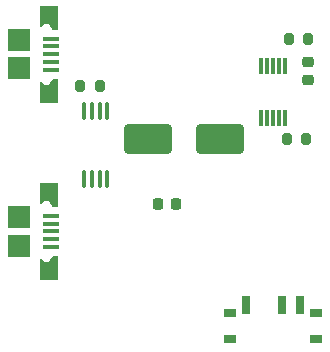
<source format=gbr>
%TF.GenerationSoftware,KiCad,Pcbnew,7.0.6*%
%TF.CreationDate,2023-09-17T17:39:24+01:00*%
%TF.ProjectId,working,776f726b-696e-4672-9e6b-696361645f70,rev?*%
%TF.SameCoordinates,Original*%
%TF.FileFunction,Paste,Top*%
%TF.FilePolarity,Positive*%
%FSLAX46Y46*%
G04 Gerber Fmt 4.6, Leading zero omitted, Abs format (unit mm)*
G04 Created by KiCad (PCBNEW 7.0.6) date 2023-09-17 17:39:24*
%MOMM*%
%LPD*%
G01*
G04 APERTURE LIST*
G04 Aperture macros list*
%AMRoundRect*
0 Rectangle with rounded corners*
0 $1 Rounding radius*
0 $2 $3 $4 $5 $6 $7 $8 $9 X,Y pos of 4 corners*
0 Add a 4 corners polygon primitive as box body*
4,1,4,$2,$3,$4,$5,$6,$7,$8,$9,$2,$3,0*
0 Add four circle primitives for the rounded corners*
1,1,$1+$1,$2,$3*
1,1,$1+$1,$4,$5*
1,1,$1+$1,$6,$7*
1,1,$1+$1,$8,$9*
0 Add four rect primitives between the rounded corners*
20,1,$1+$1,$2,$3,$4,$5,0*
20,1,$1+$1,$4,$5,$6,$7,0*
20,1,$1+$1,$6,$7,$8,$9,0*
20,1,$1+$1,$8,$9,$2,$3,0*%
%AMFreePoly0*
4,1,9,1.050000,0.350000,0.550000,0.000000,0.550000,-0.400000,0.800000,-0.650000,0.800000,-0.800000,-1.050000,-0.800000,-1.050000,0.800000,1.050000,0.800000,1.050000,0.350000,1.050000,0.350000,$1*%
%AMFreePoly1*
4,1,9,1.050000,-0.800000,-0.800000,-0.800000,-0.800000,-0.650000,-0.550000,-0.400000,-0.550000,0.000000,-1.050000,0.350000,-1.050000,0.800000,1.050000,0.800000,1.050000,-0.800000,1.050000,-0.800000,$1*%
G04 Aperture macros list end*
%ADD10RoundRect,0.100000X-0.100000X0.637500X-0.100000X-0.637500X0.100000X-0.637500X0.100000X0.637500X0*%
%ADD11R,1.000000X0.800000*%
%ADD12R,0.700000X1.500000*%
%ADD13RoundRect,0.200000X-0.200000X-0.275000X0.200000X-0.275000X0.200000X0.275000X-0.200000X0.275000X0*%
%ADD14RoundRect,0.225000X-0.250000X0.225000X-0.250000X-0.225000X0.250000X-0.225000X0.250000X0.225000X0*%
%ADD15R,0.300000X1.400000*%
%ADD16R,1.350000X0.400000*%
%ADD17FreePoly0,270.000000*%
%ADD18R,1.900000X1.900000*%
%ADD19FreePoly1,270.000000*%
%ADD20RoundRect,0.225000X-0.225000X-0.250000X0.225000X-0.250000X0.225000X0.250000X-0.225000X0.250000X0*%
%ADD21RoundRect,0.250000X-1.750000X-1.000000X1.750000X-1.000000X1.750000X1.000000X-1.750000X1.000000X0*%
G04 APERTURE END LIST*
D10*
%TO.C,IC2*%
X-14025000Y-1637500D03*
X-14675000Y-1637500D03*
X-15325000Y-1637500D03*
X-15975000Y-1637500D03*
X-15975000Y-7362500D03*
X-15325000Y-7362500D03*
X-14675000Y-7362500D03*
X-14025000Y-7362500D03*
%TD*%
D11*
%TO.C,SW1*%
X3650000Y-18720000D03*
X-3650000Y-20930000D03*
X3650000Y-20930000D03*
X-3650000Y-18720000D03*
D12*
X-2250000Y-18070000D03*
X750000Y-18070000D03*
X2250000Y-18070000D03*
%TD*%
D13*
%TO.C,R3*%
X-16325000Y500000D03*
X-14675000Y500000D03*
%TD*%
D14*
%TO.C,C1*%
X3000000Y2500000D03*
X3000000Y950000D03*
%TD*%
D15*
%TO.C,IC1*%
X1000000Y2200000D03*
X500000Y2200000D03*
X0Y2200000D03*
X-500000Y2200000D03*
X-1000000Y2200000D03*
X-1000000Y-2200000D03*
X-500000Y-2200000D03*
X0Y-2200000D03*
X500000Y-2200000D03*
X1000000Y-2200000D03*
%TD*%
D13*
%TO.C,R1*%
X1175000Y-4000000D03*
X2825000Y-4000000D03*
%TD*%
%TO.C,R2*%
X1350000Y4500000D03*
X3000000Y4500000D03*
%TD*%
D16*
%TO.C,CON1*%
X-18825000Y4475000D03*
X-18825000Y3825000D03*
X-18825000Y3175000D03*
X-18825000Y2525000D03*
X-18825000Y1875000D03*
D17*
X-18950000Y6275000D03*
D18*
X-21500000Y4375000D03*
X-21500000Y1975000D03*
D19*
X-18950000Y75000D03*
%TD*%
D16*
%TO.C,CON2*%
X-18825000Y-10525000D03*
X-18825000Y-11175000D03*
X-18825000Y-11825000D03*
X-18825000Y-12475000D03*
X-18825000Y-13125000D03*
D17*
X-18950000Y-8725000D03*
D18*
X-21500000Y-10625000D03*
X-21500000Y-13025000D03*
D19*
X-18950000Y-14925000D03*
%TD*%
D20*
%TO.C,C2*%
X-9775000Y-9500000D03*
X-8225000Y-9500000D03*
%TD*%
D21*
%TO.C,C3*%
X-10600000Y-4000000D03*
X-4500000Y-4000000D03*
%TD*%
M02*

</source>
